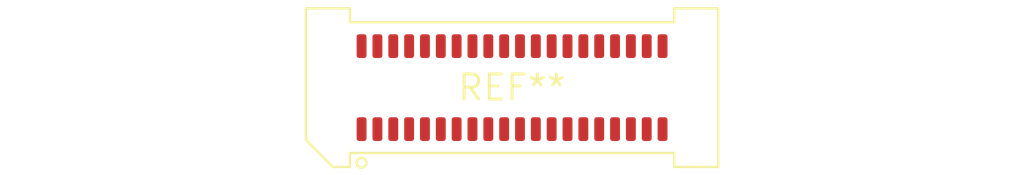
<source format=kicad_pcb>
(kicad_pcb (version 20240108) (generator pcbnew)
  (layers (0 "F.Cu" signal) (31 "B.Cu" signal) (34 "B.Paste" user) (35 "F.Paste" user) (36 "B.SilkS" user "B.Silkscreen") (37 "F.SilkS" user "F.Silkscreen") (38 "B.Mask" user) (39 "F.Mask" user) (44 "Edge.Cuts" user))
  (net 0 "")
  (footprint "Samtec_HSEC8-120-03-X-DV_2x20_P0.8mm_Socket" (layer "F.Cu") (at 0 0)
    (property "Reference" "REF**")
    (property "Value" "Samtec_HSEC8-120-03-X-DV_2x20_P0.8mm_Socket")
    (fp_line (start -10.41 -4.005) (end -8.19 -4.005) (layer "F.SilkS") (stroke (width 0.12)))
    (fp_line (start -10.41 2.640563) (end -10.41 -4.005) (layer "F.SilkS") (stroke (width 0.12)))
    (fp_line (start -9.045563 4.005) (end -10.41 2.640563) (layer "F.SilkS") (stroke (width 0.12)))
    (fp_line (start -8.19 -4.005) (end -8.19 -3.305) (layer "F.SilkS") (stroke (width 0.12)))
    (fp_line (start -8.19 -3.305) (end 8.19 -3.305) (layer "F.SilkS") (stroke (width 0.12)))
    (fp_line (start -8.19 3.305) (end -8.19 4.005) (layer "F.SilkS") (stroke (width 0.12)))
    (fp_line (start -8.19 4.005) (end -9.045563 4.005) (layer "F.SilkS") (stroke (width 0.12)))
    (fp_line (start 8.19 -4.005) (end 10.41 -4.005) (layer "F.SilkS") (stroke (width 0.12)))
    (fp_line (start 8.19 -3.305) (end 8.19 -4.005) (layer "F.SilkS") (stroke (width 0.12)))
    (fp_line (start 8.19 3.305) (end -8.19 3.305) (layer "F.SilkS") (stroke (width 0.12)))
    (fp_line (start 8.19 4.005) (end 8.19 3.305) (layer "F.SilkS") (stroke (width 0.12)))
    (fp_line (start 10.41 -4.005) (end 10.41 4.005) (layer "F.SilkS") (stroke (width 0.12)))
    (fp_line (start 10.41 4.005) (end 8.19 4.005) (layer "F.SilkS") (stroke (width 0.12)))
    (fp_arc (start -7.35 3.795) (mid -7.85 3.795) (end -7.35 3.795) (layer "F.SilkS") (stroke (width 0.12)))
    (pad "1" smd roundrect (at -7.6 2.095) (size 0.5 1.2) (layers "F.Cu" "F.Paste" "F.Mask"))
    (pad "2" smd roundrect (at -7.6 -2.095) (size 0.5 1.2) (layers "F.Cu" "F.Paste" "F.Mask"))
    (pad "3" smd roundrect (at -6.8 2.095) (size 0.5 1.2) (layers "F.Cu" "F.Paste" "F.Mask"))
    (pad "4" smd roundrect (at -6.8 -2.095) (size 0.5 1.2) (layers "F.Cu" "F.Paste" "F.Mask"))
    (pad "5" smd roundrect (at -6 2.095) (size 0.5 1.2) (layers "F.Cu" "F.Paste" "F.Mask"))
    (pad "6" smd roundrect (at -6 -2.095) (size 0.5 1.2) (layers "F.Cu" "F.Paste" "F.Mask"))
    (pad "7" smd roundrect (at -5.2 2.095) (size 0.5 1.2) (layers "F.Cu" "F.Paste" "F.Mask"))
    (pad "8" smd roundrect (at -5.2 -2.095) (size 0.5 1.2) (layers "F.Cu" "F.Paste" "F.Mask"))
    (pad "9" smd roundrect (at -4.4 2.095) (size 0.5 1.2) (layers "F.Cu" "F.Paste" "F.Mask"))
    (pad "10" smd roundrect (at -4.4 -2.095) (size 0.5 1.2) (layers "F.Cu" "F.Paste" "F.Mask"))
    (pad "11" smd roundrect (at -3.6 2.095) (size 0.5 1.2) (layers "F.Cu" "F.Paste" "F.Mask"))
    (pad "12" smd roundrect (at -3.6 -2.095) (size 0.5 1.2) (layers "F.Cu" "F.Paste" "F.Mask"))
    (pad "13" smd roundrect (at -2.8 2.095) (size 0.5 1.2) (layers "F.Cu" "F.Paste" "F.Mask"))
    (pad "14" smd roundrect (at -2.8 -2.095) (size 0.5 1.2) (layers "F.Cu" "F.Paste" "F.Mask"))
    (pad "15" smd roundrect (at -2 2.095) (size 0.5 1.2) (layers "F.Cu" "F.Paste" "F.Mask"))
    (pad "16" smd roundrect (at -2 -2.095) (size 0.5 1.2) (layers "F.Cu" "F.Paste" "F.Mask"))
    (pad "17" smd roundrect (at -1.2 2.095) (size 0.5 1.2) (layers "F.Cu" "F.Paste" "F.Mask"))
    (pad "18" smd roundrect (at -1.2 -2.095) (size 0.5 1.2) (layers "F.Cu" "F.Paste" "F.Mask"))
    (pad "19" smd roundrect (at -0.4 2.095) (size 0.5 1.2) (layers "F.Cu" "F.Paste" "F.Mask"))
    (pad "20" smd roundrect (at -0.4 -2.095) (size 0.5 1.2) (layers "F.Cu" "F.Paste" "F.Mask"))
    (pad "21" smd roundrect (at 0.4 2.095) (size 0.5 1.2) (layers "F.Cu" "F.Paste" "F.Mask"))
    (pad "22" smd roundrect (at 0.4 -2.095) (size 0.5 1.2) (layers "F.Cu" "F.Paste" "F.Mask"))
    (pad "23" smd roundrect (at 1.2 2.095) (size 0.5 1.2) (layers "F.Cu" "F.Paste" "F.Mask"))
    (pad "24" smd roundrect (at 1.2 -2.095) (size 0.5 1.2) (layers "F.Cu" "F.Paste" "F.Mask"))
    (pad "25" smd roundrect (at 2 2.095) (size 0.5 1.2) (layers "F.Cu" "F.Paste" "F.Mask"))
    (pad "26" smd roundrect (at 2 -2.095) (size 0.5 1.2) (layers "F.Cu" "F.Paste" "F.Mask"))
    (pad "27" smd roundrect (at 2.8 2.095) (size 0.5 1.2) (layers "F.Cu" "F.Paste" "F.Mask"))
    (pad "28" smd roundrect (at 2.8 -2.095) (size 0.5 1.2) (layers "F.Cu" "F.Paste" "F.Mask"))
    (pad "29" smd roundrect (at 3.6 2.095) (size 0.5 1.2) (layers "F.Cu" "F.Paste" "F.Mask"))
    (pad "30" smd roundrect (at 3.6 -2.095) (size 0.5 1.2) (layers "F.Cu" "F.Paste" "F.Mask"))
    (pad "31" smd roundrect (at 4.4 2.095) (size 0.5 1.2) (layers "F.Cu" "F.Paste" "F.Mask"))
    (pad "32" smd roundrect (at 4.4 -2.095) (size 0.5 1.2) (layers "F.Cu" "F.Paste" "F.Mask"))
    (pad "33" smd roundrect (at 5.2 2.095) (size 0.5 1.2) (layers "F.Cu" "F.Paste" "F.Mask"))
    (pad "34" smd roundrect (at 5.2 -2.095) (size 0.5 1.2) (layers "F.Cu" "F.Paste" "F.Mask"))
    (pad "35" smd roundrect (at 6 2.095) (size 0.5 1.2) (layers "F.Cu" "F.Paste" "F.Mask"))
    (pad "36" smd roundrect (at 6 -2.095) (size 0.5 1.2) (layers "F.Cu" "F.Paste" "F.Mask"))
    (pad "37" smd roundrect (at 6.8 2.095) (size 0.5 1.2) (layers "F.Cu" "F.Paste" "F.Mask"))
    (pad "38" smd roundrect (at 6.8 -2.095) (size 0.5 1.2) (layers "F.Cu" "F.Paste" "F.Mask"))
    (pad "39" smd roundrect (at 7.6 2.095) (size 0.5 1.2) (layers "F.Cu" "F.Paste" "F.Mask"))
    (pad "40" smd roundrect (at 7.6 -2.095) (size 0.5 1.2) (layers "F.Cu" "F.Paste" "F.Mask"))
  )
)
</source>
